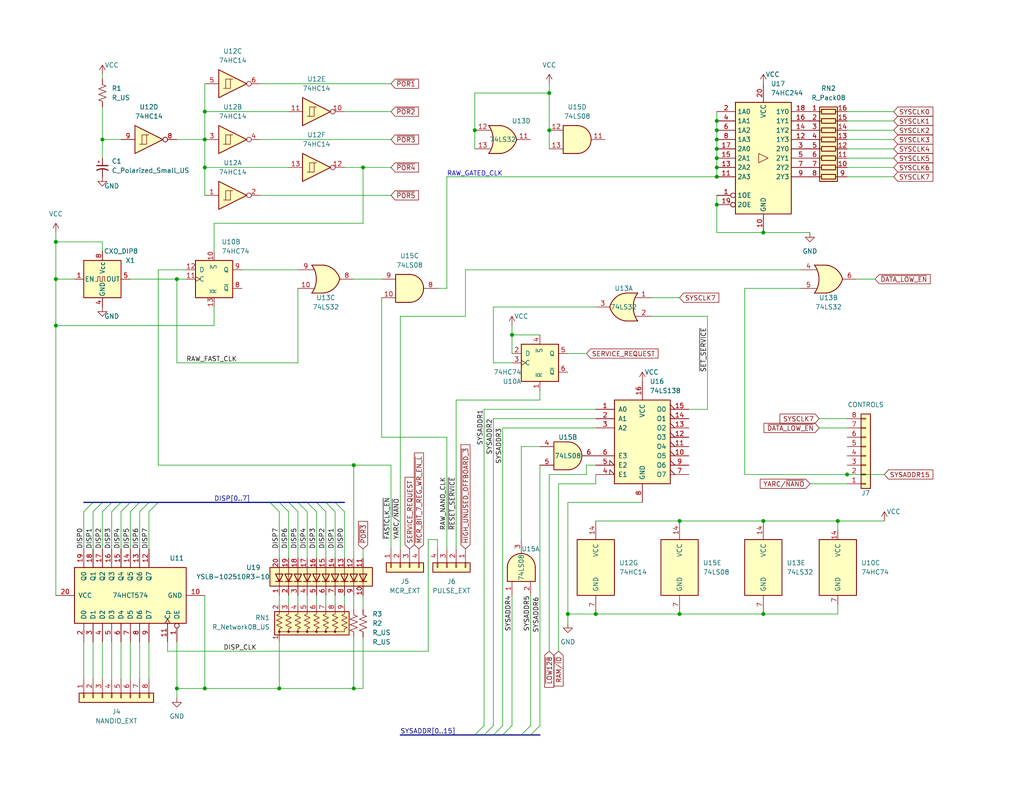
<source format=kicad_sch>
(kicad_sch (version 20211123) (generator eeschema)
  (paper "USLetter")
  (title_block (title "Clock and Downloader Extension") (comment 1 "All components are 74HC family regardless of P/N shown"))
  (lib_symbols
    (symbol "74xx:74HC14" (pin_names (offset 1.016))
      (property "Reference" "U" (at 0 1.27 0))
      (property "Value" "74HC14" (at 0 -1.27 0))
      (symbol "74HC14_1_0"
        (pin input line (at -7.62 0 0) (length 3.81) (name "~") (number "1"))
        (pin output inverted (at 7.62 0 180) (length 3.81) (name "~") (number "2"))
      )
      (symbol "74HC14_2_0"
        (pin input line (at -7.62 0 0) (length 3.81) (name "~") (number "3"))
        (pin output inverted (at 7.62 0 180) (length 3.81) (name "~") (number "4"))
      )
      (symbol "74HC14_3_0"
        (pin input line (at -7.62 0 0) (length 3.81) (name "~") (number "5"))
        (pin output inverted (at 7.62 0 180) (length 3.81) (name "~") (number "6"))
      )
      (symbol "74HC14_4_0"
        (pin output inverted (at 7.62 0 180) (length 3.81) (name "~") (number "8"))
        (pin input line (at -7.62 0 0) (length 3.81) (name "~") (number "9"))
      )
      (symbol "74HC14_5_0"
        (pin output inverted (at 7.62 0 180) (length 3.81) (name "~") (number "10"))
        (pin input line (at -7.62 0 0) (length 3.81) (name "~") (number "11"))
      )
      (symbol "74HC14_6_0"
        (pin output inverted (at 7.62 0 180) (length 3.81) (name "~") (number "12"))
        (pin input line (at -7.62 0 0) (length 3.81) (name "~") (number "13"))
      )
      (symbol "74HC14_7_0"
        (pin power_in line (at 0 12.7 270) (length 5.08) (name "VCC") (number "14"))
        (pin power_in line (at 0 -12.7 90) (length 5.08) (name "GND") (number "7"))
      )
    )
    (symbol "74xx:74HC244"
      (property "Reference" "U" (at -7.62 16.51 0))
      (property "Value" "74HC244" (at -7.62 -16.51 0))
      (symbol "74HC244_1_0"
        (pin input inverted (at -12.7 -10.16 0) (length 5.08) (name "1OE") (number "1"))
        (pin power_in line (at 0 -20.32 90) (length 5.08) (name "GND") (number "10"))
        (pin input line (at -12.7 -5.08 0) (length 5.08) (name "2A3") (number "11"))
        (pin tri_state line (at 12.7 5.08 180) (length 5.08) (name "1Y3") (number "12"))
        (pin input line (at -12.7 -2.54 0) (length 5.08) (name "2A2") (number "13"))
        (pin tri_state line (at 12.7 7.62 180) (length 5.08) (name "1Y2") (number "14"))
        (pin input line (at -12.7 0 0) (length 5.08) (name "2A1") (number "15"))
        (pin tri_state line (at 12.7 10.16 180) (length 5.08) (name "1Y1") (number "16"))
        (pin input line (at -12.7 2.54 0) (length 5.08) (name "2A0") (number "17"))
        (pin tri_state line (at 12.7 12.7 180) (length 5.08) (name "1Y0") (number "18"))
        (pin input inverted (at -12.7 -12.7 0) (length 5.08) (name "2OE") (number "19"))
        (pin input line (at -12.7 12.7 0) (length 5.08) (name "1A0") (number "2"))
        (pin power_in line (at 0 20.32 270) (length 5.08) (name "VCC") (number "20"))
        (pin tri_state line (at 12.7 2.54 180) (length 5.08) (name "2Y0") (number "3"))
        (pin input line (at -12.7 10.16 0) (length 5.08) (name "1A1") (number "4"))
        (pin tri_state line (at 12.7 0 180) (length 5.08) (name "2Y1") (number "5"))
        (pin input line (at -12.7 7.62 0) (length 5.08) (name "1A2") (number "6"))
        (pin tri_state line (at 12.7 -2.54 180) (length 5.08) (name "2Y2") (number "7"))
        (pin input line (at -12.7 5.08 0) (length 5.08) (name "1A3") (number "8"))
        (pin tri_state line (at 12.7 -5.08 180) (length 5.08) (name "2Y3") (number "9"))
      )
    )
    (symbol "74xx:74HC74" (pin_names (offset 1.016))
      (property "Reference" "U" (at -7.62 8.89 0))
      (property "Value" "74HC74" (at -7.62 -8.89 0))
      (symbol "74HC74_1_0"
        (pin input line (at 0 -7.62 90) (length 2.54) (name "~{R}") (number "1"))
        (pin input line (at -7.62 2.54 0) (length 2.54) (name "D") (number "2"))
        (pin input clock (at -7.62 0 0) (length 2.54) (name "C") (number "3"))
        (pin input line (at 0 7.62 270) (length 2.54) (name "~{S}") (number "4"))
        (pin output line (at 7.62 2.54 180) (length 2.54) (name "Q") (number "5"))
        (pin output line (at 7.62 -2.54 180) (length 2.54) (name "~{Q}") (number "6"))
      )
      (symbol "74HC74_2_0"
        (pin input line (at 0 7.62 270) (length 2.54) (name "~{S}") (number "10"))
        (pin input clock (at -7.62 0 0) (length 2.54) (name "C") (number "11"))
        (pin input line (at -7.62 2.54 0) (length 2.54) (name "D") (number "12"))
        (pin input line (at 0 -7.62 90) (length 2.54) (name "~{R}") (number "13"))
        (pin output line (at 7.62 -2.54 180) (length 2.54) (name "~{Q}") (number "8"))
        (pin output line (at 7.62 2.54 180) (length 2.54) (name "Q") (number "9"))
      )
      (symbol "74HC74_3_0"
        (pin power_in line (at 0 10.16 270) (length 2.54) (name "VCC") (number "14"))
        (pin power_in line (at 0 -10.16 90) (length 2.54) (name "GND") (number "7"))
      )
    )
    (symbol "74xx:74HCT574" (pin_names (offset 1.016))
      (property "Reference" "U" (at -7.62 16.51 0))
      (property "Value" "74HCT574" (at -7.62 -16.51 0))
      (symbol "74HCT574_1_0"
        (pin input inverted (at -12.7 -12.7 0) (length 5.08) (name "OE") (number "1"))
        (pin power_in line (at 0 -20.32 90) (length 5.08) (name "GND") (number "10"))
        (pin input clock (at -12.7 -10.16 0) (length 5.08) (name "Cp") (number "11"))
        (pin tri_state line (at 12.7 -5.08 180) (length 5.08) (name "Q7") (number "12"))
        (pin tri_state line (at 12.7 -2.54 180) (length 5.08) (name "Q6") (number "13"))
        (pin tri_state line (at 12.7 0 180) (length 5.08) (name "Q5") (number "14"))
        (pin tri_state line (at 12.7 2.54 180) (length 5.08) (name "Q4") (number "15"))
        (pin tri_state line (at 12.7 5.08 180) (length 5.08) (name "Q3") (number "16"))
        (pin tri_state line (at 12.7 7.62 180) (length 5.08) (name "Q2") (number "17"))
        (pin tri_state line (at 12.7 10.16 180) (length 5.08) (name "Q1") (number "18"))
        (pin tri_state line (at 12.7 12.7 180) (length 5.08) (name "Q0") (number "19"))
        (pin input line (at -12.7 12.7 0) (length 5.08) (name "D0") (number "2"))
        (pin power_in line (at 0 20.32 270) (length 5.08) (name "VCC") (number "20"))
        (pin input line (at -12.7 10.16 0) (length 5.08) (name "D1") (number "3"))
        (pin input line (at -12.7 7.62 0) (length 5.08) (name "D2") (number "4"))
        (pin input line (at -12.7 5.08 0) (length 5.08) (name "D3") (number "5"))
        (pin input line (at -12.7 2.54 0) (length 5.08) (name "D4") (number "6"))
        (pin input line (at -12.7 0 0) (length 5.08) (name "D5") (number "7"))
        (pin input line (at -12.7 -2.54 0) (length 5.08) (name "D6") (number "8"))
        (pin input line (at -12.7 -5.08 0) (length 5.08) (name "D7") (number "9"))
      )
    )
    (symbol "74xx:74LS08" (pin_names (offset 1.016))
      (property "Reference" "U" (at 0 1.27 0))
      (property "Value" "74LS08" (at 0 -1.27 0))
      (symbol "74LS08_1_1"
        (pin input line (at -7.62 2.54 0) (length 3.81) (name "~") (number "1"))
        (pin input line (at -7.62 -2.54 0) (length 3.81) (name "~") (number "2"))
        (pin output line (at 7.62 0 180) (length 3.81) (name "~") (number "3"))
      )
      (symbol "74LS08_1_2"
        (pin input inverted (at -7.62 2.54 0) (length 4.318) (name "~") (number "1"))
        (pin input inverted (at -7.62 -2.54 0) (length 4.318) (name "~") (number "2"))
        (pin output inverted (at 7.62 0 180) (length 3.81) (name "~") (number "3"))
      )
      (symbol "74LS08_2_1"
        (pin input line (at -7.62 2.54 0) (length 3.81) (name "~") (number "4"))
        (pin input line (at -7.62 -2.54 0) (length 3.81) (name "~") (number "5"))
        (pin output line (at 7.62 0 180) (length 3.81) (name "~") (number "6"))
      )
      (symbol "74LS08_2_2"
        (pin input inverted (at -7.62 2.54 0) (length 4.318) (name "~") (number "4"))
        (pin input inverted (at -7.62 -2.54 0) (length 4.318) (name "~") (number "5"))
        (pin output inverted (at 7.62 0 180) (length 3.81) (name "~") (number "6"))
      )
      (symbol "74LS08_3_1"
        (pin input line (at -7.62 -2.54 0) (length 3.81) (name "~") (number "10"))
        (pin output line (at 7.62 0 180) (length 3.81) (name "~") (number "8"))
        (pin input line (at -7.62 2.54 0) (length 3.81) (name "~") (number "9"))
      )
      (symbol "74LS08_3_2"
        (pin input inverted (at -7.62 -2.54 0) (length 4.318) (name "~") (number "10"))
        (pin output inverted (at 7.62 0 180) (length 3.81) (name "~") (number "8"))
        (pin input inverted (at -7.62 2.54 0) (length 4.318) (name "~") (number "9"))
      )
      (symbol "74LS08_4_1"
        (pin output line (at 7.62 0 180) (length 3.81) (name "~") (number "11"))
        (pin input line (at -7.62 2.54 0) (length 3.81) (name "~") (number "12"))
        (pin input line (at -7.62 -2.54 0) (length 3.81) (name "~") (number "13"))
      )
      (symbol "74LS08_4_2"
        (pin output inverted (at 7.62 0 180) (length 3.81) (name "~") (number "11"))
        (pin input inverted (at -7.62 2.54 0) (length 4.318) (name "~") (number "12"))
        (pin input inverted (at -7.62 -2.54 0) (length 4.318) (name "~") (number "13"))
      )
      (symbol "74LS08_5_0"
        (pin power_in line (at 0 12.7 270) (length 5.08) (name "VCC") (number "14"))
        (pin power_in line (at 0 -12.7 90) (length 5.08) (name "GND") (number "7"))
      )
    )
    (symbol "74xx:74LS138" (pin_names (offset 1.016))
      (property "Reference" "U" (at -7.62 11.43 0))
      (property "Value" "74LS138" (at -7.62 -13.97 0))
      (symbol "74LS138_1_0"
        (pin input line (at -12.7 7.62 0) (length 5.08) (name "A0") (number "1"))
        (pin output output_low (at 12.7 -5.08 180) (length 5.08) (name "O5") (number "10"))
        (pin output output_low (at 12.7 -2.54 180) (length 5.08) (name "O4") (number "11"))
        (pin output output_low (at 12.7 0 180) (length 5.08) (name "O3") (number "12"))
        (pin output output_low (at 12.7 2.54 180) (length 5.08) (name "O2") (number "13"))
        (pin output output_low (at 12.7 5.08 180) (length 5.08) (name "O1") (number "14"))
        (pin output output_low (at 12.7 7.62 180) (length 5.08) (name "O0") (number "15"))
        (pin power_in line (at 0 15.24 270) (length 5.08) (name "VCC") (number "16"))
        (pin input line (at -12.7 5.08 0) (length 5.08) (name "A1") (number "2"))
        (pin input line (at -12.7 2.54 0) (length 5.08) (name "A2") (number "3"))
        (pin input input_low (at -12.7 -10.16 0) (length 5.08) (name "E1") (number "4"))
        (pin input input_low (at -12.7 -7.62 0) (length 5.08) (name "E2") (number "5"))
        (pin input line (at -12.7 -5.08 0) (length 5.08) (name "E3") (number "6"))
        (pin output output_low (at 12.7 -10.16 180) (length 5.08) (name "O7") (number "7"))
        (pin power_in line (at 0 -17.78 90) (length 5.08) (name "GND") (number "8"))
        (pin output output_low (at 12.7 -7.62 180) (length 5.08) (name "O6") (number "9"))
      )
    )
    (symbol "74xx:74LS32" (pin_names (offset 1.016))
      (property "Reference" "U" (at 0 1.27 0))
      (property "Value" "74LS32" (at 0 -1.27 0))
      (symbol "74LS32_1_1"
        (pin input line (at -7.62 2.54 0) (length 4.318) (name "~") (number "1"))
        (pin input line (at -7.62 -2.54 0) (length 4.318) (name "~") (number "2"))
        (pin output line (at 7.62 0 180) (length 3.81) (name "~") (number "3"))
      )
      (symbol "74LS32_1_2"
        (pin input inverted (at -7.62 2.54 0) (length 3.81) (name "~") (number "1"))
        (pin input inverted (at -7.62 -2.54 0) (length 3.81) (name "~") (number "2"))
        (pin output inverted (at 7.62 0 180) (length 3.81) (name "~") (number "3"))
      )
      (symbol "74LS32_2_1"
        (pin input line (at -7.62 2.54 0) (length 4.318) (name "~") (number "4"))
        (pin input line (at -7.62 -2.54 0) (length 4.318) (name "~") (number "5"))
        (pin output line (at 7.62 0 180) (length 3.81) (name "~") (number "6"))
      )
      (symbol "74LS32_2_2"
        (pin input inverted (at -7.62 2.54 0) (length 3.81) (name "~") (number "4"))
        (pin input inverted (at -7.62 -2.54 0) (length 3.81) (name "~") (number "5"))
        (pin output inverted (at 7.62 0 180) (length 3.81) (name "~") (number "6"))
      )
      (symbol "74LS32_3_1"
        (pin input line (at -7.62 -2.54 0) (length 4.318) (name "~") (number "10"))
        (pin output line (at 7.62 0 180) (length 3.81) (name "~") (number "8"))
        (pin input line (at -7.62 2.54 0) (length 4.318) (name "~") (number "9"))
      )
      (symbol "74LS32_3_2"
        (pin input inverted (at -7.62 -2.54 0) (length 3.81) (name "~") (number "10"))
        (pin output inverted (at 7.62 0 180) (length 3.81) (name "~") (number "8"))
        (pin input inverted (at -7.62 2.54 0) (length 3.81) (name "~") (number "9"))
      )
      (symbol "74LS32_4_1"
        (pin output line (at 7.62 0 180) (length 3.81) (name "~") (number "11"))
        (pin input line (at -7.62 2.54 0) (length 4.318) (name "~") (number "12"))
        (pin input line (at -7.62 -2.54 0) (length 4.318) (name "~") (number "13"))
      )
      (symbol "74LS32_4_2"
        (pin output inverted (at 7.62 0 180) (length 3.81) (name "~") (number "11"))
        (pin input inverted (at -7.62 2.54 0) (length 3.81) (name "~") (number "12"))
        (pin input inverted (at -7.62 -2.54 0) (length 3.81) (name "~") (number "13"))
      )
      (symbol "74LS32_5_0"
        (pin power_in line (at 0 12.7 270) (length 5.08) (name "VCC") (number "14"))
        (pin power_in line (at 0 -12.7 90) (length 5.08) (name "GND") (number "7"))
      )
    )
    (symbol "Connector_Generic:Conn_01x04" (pin_names (offset 1.016) hide)
      (property "Reference" "J" (at 0 5.08 0))
      (property "Value" "Conn_01x04" (at 0 -7.62 0))
      (symbol "Conn_01x04_1_1"
        (pin passive line (at -5.08 2.54 0) (length 3.81) (name "Pin_1") (number "1"))
        (pin passive line (at -5.08 0 0) (length 3.81) (name "Pin_2") (number "2"))
        (pin passive line (at -5.08 -2.54 0) (length 3.81) (name "Pin_3") (number "3"))
        (pin passive line (at -5.08 -5.08 0) (length 3.81) (name "Pin_4") (number "4"))
      )
    )
    (symbol "Connector_Generic:Conn_01x08" (pin_names (offset 1.016) hide)
      (property "Reference" "J" (at 0 10.16 0))
      (property "Value" "Conn_01x08" (at 0 -12.7 0))
      (symbol "Conn_01x08_1_1"
        (pin passive line (at -5.08 7.62 0) (length 3.81) (name "Pin_1") (number "1"))
        (pin passive line (at -5.08 5.08 0) (length 3.81) (name "Pin_2") (number "2"))
        (pin passive line (at -5.08 2.54 0) (length 3.81) (name "Pin_3") (number "3"))
        (pin passive line (at -5.08 0 0) (length 3.81) (name "Pin_4") (number "4"))
        (pin passive line (at -5.08 -2.54 0) (length 3.81) (name "Pin_5") (number "5"))
        (pin passive line (at -5.08 -5.08 0) (length 3.81) (name "Pin_6") (number "6"))
        (pin passive line (at -5.08 -7.62 0) (length 3.81) (name "Pin_7") (number "7"))
        (pin passive line (at -5.08 -10.16 0) (length 3.81) (name "Pin_8") (number "8"))
      )
    )
    (symbol "Device:C_Polarized_Small_US" (pin_numbers hide) (pin_names (offset 0.254) hide)
      (property "Reference" "C" (at 0.254 1.778 0))
      (property "Value" "C_Polarized_Small_US" (at 0.254 -2.032 0))
      (symbol "C_Polarized_Small_US_1_1"
        (pin passive line (at 0 2.54 270) (length 2.032) (name "~") (number "1"))
        (pin passive line (at 0 -2.54 90) (length 2.032) (name "~") (number "2"))
      )
    )
    (symbol "Device:R_Network08_US" (pin_names (offset 0) hide)
      (property "Reference" "RN" (at -12.7 0 90))
      (property "Value" "R_Network08_US" (at 10.16 0 90))
      (symbol "R_Network08_US_1_1"
        (pin passive line (at -10.16 5.08 270) (length 2.54) (name "common") (number "1"))
        (pin passive line (at -10.16 -5.08 90) (length 1.27) (name "R1") (number "2"))
        (pin passive line (at -7.62 -5.08 90) (length 1.27) (name "R2") (number "3"))
        (pin passive line (at -5.08 -5.08 90) (length 1.27) (name "R3") (number "4"))
        (pin passive line (at -2.54 -5.08 90) (length 1.27) (name "R4") (number "5"))
        (pin passive line (at 0 -5.08 90) (length 1.27) (name "R5") (number "6"))
        (pin passive line (at 2.54 -5.08 90) (length 1.27) (name "R6") (number "7"))
        (pin passive line (at 5.08 -5.08 90) (length 1.27) (name "R7") (number "8"))
        (pin passive line (at 7.62 -5.08 90) (length 1.27) (name "R8") (number "9"))
      )
    )
    (symbol "Device:R_Pack08" (pin_names (offset 0) hide)
      (property "Reference" "RN" (at -12.7 0 90))
      (property "Value" "R_Pack08" (at 10.16 0 90))
      (symbol "R_Pack08_1_1"
        (pin passive line (at -10.16 -5.08 90) (length 2.54) (name "R1.1") (number "1"))
        (pin passive line (at 5.08 5.08 270) (length 2.54) (name "R7.2") (number "10"))
        (pin passive line (at 2.54 5.08 270) (length 2.54) (name "R6.2") (number "11"))
        (pin passive line (at 0 5.08 270) (length 2.54) (name "R5.2") (number "12"))
        (pin passive line (at -2.54 5.08 270) (length 2.54) (name "R4.2") (number "13"))
        (pin passive line (at -5.08 5.08 270) (length 2.54) (name "R3.2") (number "14"))
        (pin passive line (at -7.62 5.08 270) (length 2.54) (name "R2.2") (number "15"))
        (pin passive line (at -10.16 5.08 270) (length 2.54) (name "R1.2") (number "16"))
        (pin passive line (at -7.62 -5.08 90) (length 2.54) (name "R2.1") (number "2"))
        (pin passive line (at -5.08 -5.08 90) (length 2.54) (name "R3.1") (number "3"))
        (pin passive line (at -2.54 -5.08 90) (length 2.54) (name "R4.1") (number "4"))
        (pin passive line (at 0 -5.08 90) (length 2.54) (name "R5.1") (number "5"))
        (pin passive line (at 2.54 -5.08 90) (length 2.54) (name "R6.1") (number "6"))
        (pin passive line (at 5.08 -5.08 90) (length 2.54) (name "R7.1") (number "7"))
        (pin passive line (at 7.62 -5.08 90) (length 2.54) (name "R8.1") (number "8"))
        (pin passive line (at 7.62 5.08 270) (length 2.54) (name "R8.2") (number "9"))
      )
    )
    (symbol "Device:R_US" (pin_numbers hide) (pin_names (offset 0))
      (property "Reference" "R" (at 2.54 0 90))
      (property "Value" "R_US" (at -2.54 0 90))
      (symbol "R_US_1_1"
        (pin passive line (at 0 3.81 270) (length 1.27) (name "~") (number "1"))
        (pin passive line (at 0 -3.81 90) (length 1.27) (name "~") (number "2"))
      )
    )
    (symbol "Oscillator:CXO_DIP8" (pin_names (offset 0.254))
      (property "Reference" "X" (at -5.08 6.35 0))
      (property "Value" "CXO_DIP8" (at 1.27 -6.35 0))
      (symbol "CXO_DIP8_1_1"
        (pin input line (at -7.62 0 0) (length 2.54) (name "EN") (number "1"))
        (pin power_in line (at 0 -7.62 90) (length 2.54) (name "GND") (number "4"))
        (pin output line (at 7.62 0 180) (length 2.54) (name "OUT") (number "5"))
        (pin power_in line (at 0 7.62 270) (length 2.54) (name "Vcc") (number "8"))
      )
    )
    (symbol "pdxjjb:YSLB-102510R3-10"
      (property "Reference" "U" (at 0 -20.32 0))
      (property "Value" "YSLB-102510R3-10" (at 0 -17.78 0))
      (symbol "YSLB-102510R3-10_1_1"
        (pin passive line (at -5.08 10.16 0) (length 2.54) (name "") (number "1"))
        (pin passive line (at -5.08 -12.7 0) (length 2.54) (name "") (number "10"))
        (pin passive line (at 5.08 -12.7 180) (length 2.54) (name "") (number "11"))
        (pin passive line (at 5.08 -10.16 180) (length 2.54) (name "") (number "12"))
        (pin passive line (at 5.08 -7.62 180) (length 2.54) (name "") (number "13"))
        (pin passive line (at 5.08 -5.08 180) (length 2.54) (name "") (number "14"))
        (pin passive line (at 5.08 -2.54 180) (length 2.54) (name "") (number "15"))
        (pin passive line (at 5.08 0 180) (length 2.54) (name "") (number "16"))
        (pin passive line (at 5.08 2.54 180) (length 2.54) (name "") (number "17"))
        (pin passive line (at 5.08 5.08 180) (length 2.54) (name "") (number "18"))
        (pin passive line (at 5.08 7.62 180) (length 2.54) (name "") (number "19"))
        (pin passive line (at -5.08 7.62 0) (length 2.54) (name "") (number "2"))
        (pin passive line (at 5.08 10.16 180) (length 2.54) (name "") (number "20"))
        (pin passive line (at -5.08 5.08 0) (length 2.54) (name "") (number "3"))
        (pin passive line (at -5.08 2.54 0) (length 2.54) (name "") (number "4"))
        (pin passive line (at -5.08 0 0) (length 2.54) (name "") (number "5"))
        (pin passive line (at -5.08 -2.54 0) (length 2.54) (name "") (number "6"))
        (pin passive line (at -5.08 -5.08 0) (length 2.54) (name "") (number "7"))
        (pin passive line (at -5.08 -7.62 0) (length 2.54) (name "") (number "8"))
        (pin passive line (at -5.08 -10.16 0) (length 2.54) (name "") (number "9"))
      )
    )
    (symbol "power:GND" (power) (pin_names (offset 0))
      (property "Value" "GND" (at 0 -3.81 0))
      (symbol "GND_1_1"
        (pin power_in line (at 0 0 270) (length 0) hide (name "GND") (number "1"))
      )
    )
    (symbol "power:VCC" (power) (pin_names (offset 0))
      (property "Value" "VCC" (at 0 3.81 0))
      (symbol "VCC_1_1"
        (pin power_in line (at 0 0 90) (length 0) hide (name "VCC") (number "1"))
      )
    )
  )
  (junction (at 55.88 45.72))
  (junction (at 139.7 91.44))
  (junction (at 48.26 187.96))
  (junction (at 55.88 38.1))
  (junction (at 55.88 30.48))
  (junction (at 195.58 33.02))
  (junction (at 195.58 55.88))
  (junction (at 195.58 45.72))
  (junction (at 15.24 76.2))
  (junction (at 208.28 63.5))
  (junction (at 195.58 43.18))
  (junction (at 55.88 187.96))
  (junction (at 15.24 88.9))
  (junction (at 149.86 35.56))
  (junction (at 15.24 66.04))
  (junction (at 231.14 129.54))
  (junction (at 185.42 167.64))
  (junction (at 149.86 25.4))
  (junction (at 27.94 38.1))
  (junction (at 195.58 35.56))
  (junction (at 185.42 142.24))
  (junction (at 162.56 167.64))
  (junction (at 228.6 142.24))
  (junction (at 208.28 142.24))
  (junction (at 208.28 167.64))
  (junction (at 96.52 127))
  (junction (at 76.2 187.96))
  (junction (at 96.52 187.96))
  (junction (at 129.54 35.56))
  (junction (at 48.26 76.2))
  (junction (at 195.58 38.1))
  (junction (at 195.58 40.64))
  (junction (at 99.06 45.72))
  (junction (at 195.58 48.26))
  (junction (at 154.94 167.64))
  (bus_entry (at 144.78 200.66) (size 2.54 -2.54))
  (bus_entry (at 78.74 137.16) (size 2.54 2.54))
  (bus_entry (at 27.94 137.16) (size -2.54 2.54))
  (bus_entry (at 30.48 137.16) (size -2.54 2.54))
  (bus_entry (at 76.2 137.16) (size 2.54 2.54))
  (bus_entry (at 134.62 200.66) (size 2.54 -2.54))
  (bus_entry (at 38.1 137.16) (size -2.54 2.54))
  (bus_entry (at 86.36 137.16) (size 2.54 2.54))
  (bus_entry (at 88.9 137.16) (size 2.54 2.54))
  (bus_entry (at 81.28 137.16) (size 2.54 2.54))
  (bus_entry (at 142.24 200.66) (size 2.54 -2.54))
  (bus_entry (at 40.64 137.16) (size -2.54 2.54))
  (bus_entry (at 132.08 200.66) (size 2.54 -2.54))
  (bus_entry (at 129.54 200.66) (size 2.54 -2.54))
  (bus_entry (at 25.4 137.16) (size -2.54 2.54))
  (bus_entry (at 73.66 137.16) (size 2.54 2.54))
  (bus_entry (at 137.16 200.66) (size 2.54 -2.54))
  (bus_entry (at 35.56 137.16) (size -2.54 2.54))
  (bus_entry (at 43.18 137.16) (size -2.54 2.54))
  (bus_entry (at 33.02 137.16) (size -2.54 2.54))
  (bus_entry (at 83.82 137.16) (size 2.54 2.54))
  (bus_entry (at 91.44 137.16) (size 2.54 2.54))
  (bus (pts (xy 88.9 137.16) (xy 91.44 137.16)))
  (wire (pts (xy 147.32 121.92) (xy 142.24 121.92)))
  (wire (pts (xy 48.26 187.96) (xy 48.26 175.26)))
  (wire (pts (xy 149.86 22.86) (xy 149.86 25.4)))
  (wire (pts (xy 121.92 78.74) (xy 121.92 48.26)))
  (wire (pts (xy 22.86 139.7) (xy 22.86 149.86)))
  (wire (pts (xy 78.74 162.56) (xy 78.74 165.1)))
  (wire (pts (xy 160.02 129.54) (xy 149.86 129.54)))
  (wire (pts (xy 45.72 175.26) (xy 45.72 177.8)))
  (wire (pts (xy 86.36 162.56) (xy 86.36 165.1)))
  (wire (pts (xy 195.58 40.64) (xy 195.58 38.1)))
  (bus (pts (xy 25.4 137.16) (xy 27.94 137.16)))
  (wire (pts (xy 149.86 129.54) (xy 149.86 177.8)))
  (wire (pts (xy 104.14 119.38) (xy 104.14 81.28)))
  (wire (pts (xy 147.32 109.22) (xy 147.32 106.68)))
  (wire (pts (xy 162.56 83.82) (xy 134.62 83.82)))
  (bus (pts (xy 35.56 137.16) (xy 38.1 137.16)))
  (wire (pts (xy 99.06 187.96) (xy 96.52 187.96)))
  (wire (pts (xy 162.56 127) (xy 160.02 127)))
  (wire (pts (xy 223.52 114.3) (xy 231.14 114.3)))
  (wire (pts (xy 76.2 162.56) (xy 76.2 165.1)))
  (wire (pts (xy 121.92 48.26) (xy 195.58 48.26)))
  (wire (pts (xy 35.56 76.2) (xy 48.26 76.2)))
  (wire (pts (xy 162.56 132.08) (xy 152.4 132.08)))
  (wire (pts (xy 231.14 43.18) (xy 243.84 43.18)))
  (wire (pts (xy 43.18 73.66) (xy 43.18 127)))
  (bus (pts (xy 27.94 137.16) (xy 30.48 137.16)))
  (wire (pts (xy 109.22 86.36) (xy 109.22 149.86)))
  (wire (pts (xy 233.68 76.2) (xy 238.76 76.2)))
  (wire (pts (xy 30.48 139.7) (xy 30.48 149.86)))
  (wire (pts (xy 35.56 139.7) (xy 35.56 149.86)))
  (wire (pts (xy 27.94 20.32) (xy 27.94 21.59)))
  (wire (pts (xy 88.9 162.56) (xy 88.9 165.1)))
  (wire (pts (xy 149.86 40.64) (xy 149.86 35.56)))
  (wire (pts (xy 15.24 63.5) (xy 15.24 66.04)))
  (wire (pts (xy 15.24 76.2) (xy 15.24 88.9)))
  (wire (pts (xy 81.28 99.06) (xy 81.28 78.74)))
  (wire (pts (xy 241.3 129.54) (xy 231.14 129.54)))
  (bus (pts (xy 30.48 137.16) (xy 33.02 137.16)))
  (bus (pts (xy 43.18 137.16) (xy 73.66 137.16)))
  (wire (pts (xy 218.44 78.74) (xy 203.2 78.74)))
  (wire (pts (xy 27.94 175.26) (xy 27.94 185.42)))
  (bus (pts (xy 81.28 137.16) (xy 83.82 137.16)))
  (wire (pts (xy 99.06 45.72) (xy 93.98 45.72)))
  (wire (pts (xy 78.74 30.48) (xy 55.88 30.48)))
  (wire (pts (xy 40.64 139.7) (xy 40.64 149.86)))
  (wire (pts (xy 195.58 35.56) (xy 195.58 33.02)))
  (wire (pts (xy 124.46 149.86) (xy 124.46 109.22)))
  (wire (pts (xy 119.38 147.32) (xy 116.84 147.32)))
  (wire (pts (xy 48.26 190.5) (xy 48.26 187.96)))
  (wire (pts (xy 147.32 127) (xy 147.32 198.12)))
  (wire (pts (xy 231.14 40.64) (xy 243.84 40.64)))
  (wire (pts (xy 48.26 38.1) (xy 55.88 38.1)))
  (wire (pts (xy 25.4 175.26) (xy 25.4 185.42)))
  (wire (pts (xy 38.1 175.26) (xy 38.1 185.42)))
  (wire (pts (xy 25.4 139.7) (xy 25.4 149.86)))
  (wire (pts (xy 162.56 129.54) (xy 162.56 132.08)))
  (wire (pts (xy 93.98 162.56) (xy 93.98 165.1)))
  (wire (pts (xy 134.62 83.82) (xy 134.62 99.06)))
  (wire (pts (xy 15.24 88.9) (xy 15.24 162.56)))
  (wire (pts (xy 27.94 38.1) (xy 27.94 43.18)))
  (wire (pts (xy 48.26 76.2) (xy 50.8 76.2)))
  (wire (pts (xy 76.2 139.7) (xy 76.2 152.4)))
  (wire (pts (xy 195.58 30.48) (xy 195.58 33.02)))
  (wire (pts (xy 86.36 139.7) (xy 86.36 152.4)))
  (wire (pts (xy 220.98 63.5) (xy 208.28 63.5)))
  (wire (pts (xy 187.96 111.76) (xy 193.04 111.76)))
  (wire (pts (xy 40.64 175.26) (xy 40.64 185.42)))
  (wire (pts (xy 83.82 162.56) (xy 83.82 165.1)))
  (bus (pts (xy 142.24 200.66) (xy 144.78 200.66)))
  (wire (pts (xy 38.1 139.7) (xy 38.1 149.86)))
  (wire (pts (xy 55.88 187.96) (xy 48.26 187.96)))
  (wire (pts (xy 129.54 35.56) (xy 129.54 25.4)))
  (bus (pts (xy 86.36 137.16) (xy 88.9 137.16)))
  (wire (pts (xy 96.52 76.2) (xy 104.14 76.2)))
  (wire (pts (xy 195.58 38.1) (xy 195.58 35.56)))
  (wire (pts (xy 139.7 91.44) (xy 139.7 96.52)))
  (wire (pts (xy 132.08 198.12) (xy 132.08 111.76)))
  (wire (pts (xy 27.94 68.58) (xy 27.94 66.04)))
  (wire (pts (xy 50.8 73.66) (xy 43.18 73.66)))
  (wire (pts (xy 71.12 38.1) (xy 106.68 38.1)))
  (wire (pts (xy 58.42 60.96) (xy 99.06 60.96)))
  (wire (pts (xy 185.42 142.24) (xy 208.28 142.24)))
  (wire (pts (xy 231.14 48.26) (xy 243.84 48.26)))
  (wire (pts (xy 106.68 127) (xy 96.52 127)))
  (wire (pts (xy 223.52 116.84) (xy 231.14 116.84)))
  (bus (pts (xy 132.08 200.66) (xy 134.62 200.66)))
  (wire (pts (xy 96.52 187.96) (xy 76.2 187.96)))
  (wire (pts (xy 119.38 78.74) (xy 121.92 78.74)))
  (bus (pts (xy 73.66 137.16) (xy 76.2 137.16)))
  (wire (pts (xy 154.94 137.16) (xy 154.94 167.64)))
  (wire (pts (xy 134.62 99.06) (xy 139.7 99.06)))
  (wire (pts (xy 193.04 86.36) (xy 177.8 86.36)))
  (wire (pts (xy 81.28 162.56) (xy 81.28 165.1)))
  (wire (pts (xy 228.6 167.64) (xy 228.6 165.1)))
  (bus (pts (xy 33.02 137.16) (xy 35.56 137.16)))
  (wire (pts (xy 96.52 152.4) (xy 96.52 127)))
  (wire (pts (xy 162.56 111.76) (xy 132.08 111.76)))
  (wire (pts (xy 99.06 162.56) (xy 99.06 166.37)))
  (wire (pts (xy 160.02 127) (xy 160.02 129.54)))
  (bus (pts (xy 78.74 137.16) (xy 81.28 137.16)))
  (wire (pts (xy 177.8 81.28) (xy 185.42 81.28)))
  (wire (pts (xy 96.52 162.56) (xy 96.52 166.37)))
  (wire (pts (xy 66.04 73.66) (xy 81.28 73.66)))
  (wire (pts (xy 99.06 149.86) (xy 99.06 152.4)))
  (bus (pts (xy 129.54 200.66) (xy 132.08 200.66)))
  (wire (pts (xy 58.42 68.58) (xy 58.42 60.96)))
  (wire (pts (xy 241.3 142.24) (xy 228.6 142.24)))
  (wire (pts (xy 27.94 66.04) (xy 15.24 66.04)))
  (wire (pts (xy 22.86 175.26) (xy 22.86 185.42)))
  (wire (pts (xy 127 73.66) (xy 127 86.36)))
  (wire (pts (xy 91.44 162.56) (xy 91.44 165.1)))
  (wire (pts (xy 33.02 175.26) (xy 33.02 185.42)))
  (bus (pts (xy 144.78 200.66) (xy 147.32 200.66)))
  (wire (pts (xy 162.56 114.3) (xy 134.62 114.3)))
  (wire (pts (xy 195.58 55.88) (xy 195.58 63.5)))
  (wire (pts (xy 195.58 45.72) (xy 195.58 43.18)))
  (wire (pts (xy 195.58 53.34) (xy 195.58 55.88)))
  (wire (pts (xy 162.56 142.24) (xy 185.42 142.24)))
  (wire (pts (xy 152.4 132.08) (xy 152.4 177.8)))
  (wire (pts (xy 35.56 175.26) (xy 35.56 185.42)))
  (wire (pts (xy 121.92 149.86) (xy 121.92 119.38)))
  (wire (pts (xy 154.94 96.52) (xy 160.02 96.52)))
  (wire (pts (xy 147.32 91.44) (xy 139.7 91.44)))
  (wire (pts (xy 193.04 86.36) (xy 193.04 111.76)))
  (wire (pts (xy 134.62 198.12) (xy 134.62 114.3)))
  (bus (pts (xy 109.22 200.66) (xy 129.54 200.66)))
  (wire (pts (xy 78.74 139.7) (xy 78.74 152.4)))
  (wire (pts (xy 30.48 175.26) (xy 30.48 185.42)))
  (wire (pts (xy 139.7 88.9) (xy 139.7 91.44)))
  (wire (pts (xy 58.42 88.9) (xy 15.24 88.9)))
  (wire (pts (xy 93.98 139.7) (xy 93.98 152.4)))
  (wire (pts (xy 99.06 173.99) (xy 99.06 187.96)))
  (wire (pts (xy 203.2 129.54) (xy 231.14 129.54)))
  (bus (pts (xy 22.86 137.16) (xy 25.4 137.16)))
  (wire (pts (xy 144.78 198.12) (xy 144.78 162.56)))
  (wire (pts (xy 127 86.36) (xy 109.22 86.36)))
  (wire (pts (xy 55.88 53.34) (xy 55.88 45.72)))
  (wire (pts (xy 231.14 132.08) (xy 220.98 132.08)))
  (wire (pts (xy 116.84 147.32) (xy 116.84 177.8)))
  (bus (pts (xy 40.64 137.16) (xy 43.18 137.16)))
  (wire (pts (xy 218.44 73.66) (xy 127 73.66)))
  (wire (pts (xy 119.38 149.86) (xy 119.38 147.32)))
  (wire (pts (xy 195.58 48.26) (xy 195.58 45.72)))
  (wire (pts (xy 83.82 139.7) (xy 83.82 152.4)))
  (wire (pts (xy 208.28 167.64) (xy 228.6 167.64)))
  (wire (pts (xy 76.2 175.26) (xy 76.2 187.96)))
  (wire (pts (xy 48.26 99.06) (xy 81.28 99.06)))
  (wire (pts (xy 96.52 173.99) (xy 96.52 187.96)))
  (wire (pts (xy 93.98 30.48) (xy 106.68 30.48)))
  (wire (pts (xy 228.6 142.24) (xy 228.6 144.78)))
  (wire (pts (xy 55.88 22.86) (xy 55.88 30.48)))
  (bus (pts (xy 137.16 200.66) (xy 142.24 200.66)))
  (wire (pts (xy 81.28 139.7) (xy 81.28 152.4)))
  (wire (pts (xy 27.94 29.21) (xy 27.94 38.1)))
  (wire (pts (xy 45.72 177.8) (xy 116.84 177.8)))
  (wire (pts (xy 228.6 142.24) (xy 208.28 142.24)))
  (wire (pts (xy 71.12 53.34) (xy 106.68 53.34)))
  (wire (pts (xy 139.7 198.12) (xy 139.7 162.56)))
  (wire (pts (xy 71.12 22.86) (xy 106.68 22.86)))
  (wire (pts (xy 55.88 45.72) (xy 55.88 38.1)))
  (wire (pts (xy 76.2 187.96) (xy 55.88 187.96)))
  (wire (pts (xy 91.44 139.7) (xy 91.44 152.4)))
  (wire (pts (xy 48.26 99.06) (xy 48.26 76.2)))
  (wire (pts (xy 58.42 83.82) (xy 58.42 88.9)))
  (wire (pts (xy 78.74 45.72) (xy 55.88 45.72)))
  (wire (pts (xy 162.56 167.64) (xy 185.42 167.64)))
  (wire (pts (xy 203.2 129.54) (xy 203.2 78.74)))
  (wire (pts (xy 124.46 109.22) (xy 147.32 109.22)))
  (wire (pts (xy 27.94 139.7) (xy 27.94 149.86)))
  (wire (pts (xy 43.18 127) (xy 96.52 127)))
  (wire (pts (xy 231.14 33.02) (xy 243.84 33.02)))
  (wire (pts (xy 175.26 137.16) (xy 154.94 137.16)))
  (wire (pts (xy 231.14 38.1) (xy 243.84 38.1)))
  (wire (pts (xy 106.68 127) (xy 106.68 149.86)))
  (wire (pts (xy 129.54 40.64) (xy 129.54 35.56)))
  (bus (pts (xy 134.62 200.66) (xy 137.16 200.66)))
  (wire (pts (xy 208.28 167.64) (xy 185.42 167.64)))
  (bus (pts (xy 38.1 137.16) (xy 40.64 137.16)))
  (bus (pts (xy 83.82 137.16) (xy 86.36 137.16)))
  (wire (pts (xy 88.9 139.7) (xy 88.9 152.4)))
  (wire (pts (xy 162.56 116.84) (xy 137.16 116.84)))
  (wire (pts (xy 33.02 139.7) (xy 33.02 149.86)))
  (wire (pts (xy 99.06 60.96) (xy 99.06 45.72)))
  (wire (pts (xy 106.68 45.72) (xy 99.06 45.72)))
  (wire (pts (xy 142.24 121.92) (xy 142.24 147.32)))
  (wire (pts (xy 20.32 76.2) (xy 15.24 76.2)))
  (wire (pts (xy 154.94 167.64) (xy 154.94 170.18)))
  (wire (pts (xy 15.24 66.04) (xy 15.24 76.2)))
  (wire (pts (xy 149.86 25.4) (xy 149.86 35.56)))
  (wire (pts (xy 162.56 167.64) (xy 154.94 167.64)))
  (wire (pts (xy 55.88 30.48) (xy 55.88 38.1)))
  (wire (pts (xy 231.14 35.56) (xy 243.84 35.56)))
  (wire (pts (xy 231.14 30.48) (xy 243.84 30.48)))
  (wire (pts (xy 121.92 119.38) (xy 104.14 119.38)))
  (wire (pts (xy 137.16 198.12) (xy 137.16 116.84)))
  (wire (pts (xy 55.88 162.56) (xy 55.88 187.96)))
  (wire (pts (xy 129.54 25.4) (xy 149.86 25.4)))
  (bus (pts (xy 91.44 137.16) (xy 93.98 137.16)))
  (wire (pts (xy 27.94 38.1) (xy 33.02 38.1)))
  (wire (pts (xy 195.58 63.5) (xy 208.28 63.5)))
  (wire (pts (xy 231.14 45.72) (xy 243.84 45.72)))
  (bus (pts (xy 76.2 137.16) (xy 78.74 137.16)))
  (wire (pts (xy 195.58 43.18) (xy 195.58 40.64)))
  (text "RAW_GATED_CLK" (at 121.92 48.26 0) (effects (font (size 1.27 1.27)) (justify left bottom)))
  (label "DISP_CLK" (at 60.96 177.8 0))
  (label "DISP0" (at 93.98 149.86 90))
  (label "~{SET_SERVICE}" (at 193.04 101.6 90))
  (label "DISP7" (at 40.64 149.86 90))
  (label "DISP5" (at 35.56 149.86 90))
  (label "DISP2" (at 27.94 149.86 90))
  (label "DISP6" (at 78.74 149.86 90))
  (label "RAW_FAST_CLK" (at 50.8 99.06 0))
  (label "DISP[0..7]" (at 58.42 137.16 0))
  (label "RAW_NANO_CLK" (at 121.92 144.78 90))
  (label "SYSADDR2" (at 134.62 114.3 270))
  (label "DISP0" (at 22.86 149.86 90))
  (label "DISP4" (at 33.02 149.86 90))
  (label "DISP5" (at 81.28 149.86 90))
  (label "DISP4" (at 83.82 149.86 90))
  (label "~{RESET_SERVICE}" (at 124.46 144.78 90))
  (label "DISP3" (at 86.36 149.86 90))
  (label "SYSADDR[0..15]" (at 109.22 200.66 0))
  (label "DISP2" (at 88.9 149.86 90))
  (label "SYSADDR6" (at 147.32 172.72 90))
  (label "DISP1" (at 25.4 149.86 90))
  (label "~{FASTCLK_EN}" (at 106.68 147.32 90))
  (label "DISP3" (at 30.48 149.86 90))
  (label "SYSADDR5" (at 144.78 162.56 270))
  (label "SYSADDR4" (at 139.7 162.56 270))
  (label "SYSADDR3" (at 137.16 116.84 270))
  (label "DISP7" (at 76.2 149.86 90))
  (label "DISP1" (at 91.44 149.86 90))
  (label "DISP6" (at 38.1 149.86 90))
  (label "YARC{slash}~{NANO}" (at 109.22 147.32 90))
  (label "SYSADDR1" (at 132.08 111.76 270))
  (global_label "~{DATA_LOW_EN}" (shape input) (at 238.76 76.2 0) (property "Intersheet References" "${INTERSHEET_REFS}" (effects hide)))
  (global_label "~{HIGH_UNUSED_OFFBOARD_3}" (shape input) (at 127 149.86 90) (property "Intersheet References" "${INTERSHEET_REFS}" (effects hide)))
  (global_label "~{POR4}" (shape input) (at 106.68 45.72 0) (property "Intersheet References" "${INTERSHEET_REFS}" (effects hide)))
  (global_label "SYSCLK7" (shape input) (at 243.84 48.26 0) (property "Intersheet References" "${INTERSHEET_REFS}" (effects hide)))
  (global_label "SYSCLK6" (shape input) (at 243.84 45.72 0) (property "Intersheet References" "${INTERSHEET_REFS}" (effects hide)))
  (global_label "SYSCLK4" (shape input) (at 243.84 40.64 0) (property "Intersheet References" "${INTERSHEET_REFS}" (effects hide)))
  (global_label "~{LOW128}" (shape input) (at 149.86 177.8 270) (property "Intersheet References" "${INTERSHEET_REFS}" (effects hide)))
  (global_label "SYSCLK1" (shape input) (at 243.84 33.02 0) (property "Intersheet References" "${INTERSHEET_REFS}" (effects hide)))
  (global_label "~{POR3}" (shape input) (at 99.06 149.86 90) (property "Intersheet References" "${INTERSHEET_REFS}" (effects hide)))
  (global_label "SYSCLK2" (shape input) (at 243.84 35.56 0) (property "Intersheet References" "${INTERSHEET_REFS}" (effects hide)))
  (global_label "SERVICE_REQUEST" (shape input) (at 160.02 96.52 0) (property "Intersheet References" "${INTERSHEET_REFS}" (effects hide)))
  (global_label "YARC{slash}~{NANO}" (shape input) (at 220.98 132.08 180) (property "Intersheet References" "${INTERSHEET_REFS}" (effects hide)))
  (global_label "SYSCLK5" (shape input) (at 243.84 43.18 0) (property "Intersheet References" "${INTERSHEET_REFS}" (effects hide)))
  (global_label "SYSCLK3" (shape input) (at 243.84 38.1 0) (property "Intersheet References" "${INTERSHEET_REFS}" (effects hide)))
  (global_label "~{POR5}" (shape input) (at 106.68 53.34 0) (property "Intersheet References" "${INTERSHEET_REFS}" (effects hide)))
  (global_label "SYSCLK7" (shape input) (at 223.52 114.3 180) (property "Intersheet References" "${INTERSHEET_REFS}" (effects hide)))
  (global_label "~{DATA_LOW_EN}" (shape input) (at 223.52 116.84 180) (property "Intersheet References" "${INTERSHEET_REFS}" (effects hide)))
  (global_label "SYSCLK0" (shape input) (at 243.84 30.48 0) (property "Intersheet References" "${INTERSHEET_REFS}" (effects hide)))
  (global_label "~{MCR_BIT_7_REG_WR_EN_L}" (shape input) (at 114.3 149.86 90) (property "Intersheet References" "${INTERSHEET_REFS}" (effects hide)))
  (global_label "RAM{slash}~{IO}" (shape input) (at 152.4 177.8 270) (property "Intersheet References" "${INTERSHEET_REFS}" (effects hide)))
  (global_label "~{POR2}" (shape input) (at 106.68 30.48 0) (property "Intersheet References" "${INTERSHEET_REFS}" (effects hide)))
  (global_label "SYSADDR15" (shape input) (at 241.3 129.54 0) (property "Intersheet References" "${INTERSHEET_REFS}" (effects hide)))
  (global_label "~{POR1}" (shape input) (at 106.68 22.86 0) (property "Intersheet References" "${INTERSHEET_REFS}" (effects hide)))
  (global_label "SERVICE_REQUEST" (shape input) (at 111.76 149.86 90) (property "Intersheet References" "${INTERSHEET_REFS}" (effects hide)))
  (global_label "~{POR3}" (shape input) (at 106.68 38.1 0) (property "Intersheet References" "${INTERSHEET_REFS}" (effects hide)))
  (global_label "SYSCLK7" (shape input) (at 185.42 81.28 0) (property "Intersheet References" "${INTERSHEET_REFS}" (effects hide)))
  (symbol (lib_id "Connector_Generic:Conn_01x08") (at 30.48 190.5 90) (mirror x) (unit 1)
    (property "Reference" "J4" (at 31.75 194.31 90))
    (property "Value" "NANOIO_EXT" (at 31.75 196.85 90))
  )
  (symbol (lib_id "power:VCC") (at 139.7 88.9 0) (unit 1)
    (property "Reference" "#PWR034" (effects hide))
    (property "Value" "VCC" (at 142.24 86.36 0))
  )
  (symbol (lib_id "Device:R_Pack08") (at 226.06 40.64 270) (unit 1)
    (property "Reference" "RN2" (at 226.06 24.13 90))
    (property "Value" "R_Pack08" (at 226.06 26.67 90))
  )
  (symbol (lib_id "power:GND") (at 154.94 170.18 0) (unit 1)
    (property "Reference" "#PWR035" (effects hide))
    (property "Value" "GND" (at 154.94 175.26 0))
  )
  (symbol (lib_id "Device:R_US") (at 27.94 25.4 0) (unit 1)
    (property "Reference" "R1" (at 30.48 24.1299 0) (effects (justify left)))
    (property "Value" "R_US" (at 30.48 26.6699 0) (effects (justify left)))
  )
  (symbol (lib_id "Device:R_US") (at 99.06 170.18 0) (unit 1)
    (property "Reference" "R3" (at 101.6 167.64 0) (effects (justify left)))
    (property "Value" "R_US" (at 101.6 172.72 0) (effects (justify left)))
  )
  (symbol (lib_id "74xx:74LS08") (at 154.94 124.46 0) (unit 2)
    (property "Reference" "U15" (at 154.94 119.38 0))
    (property "Value" "74LS08" (at 154.94 124.46 0))
    (property "Datasheet" "http://www.ti.com/lit/gpn/sn74LS08" (effects hide))
  )
  (symbol (lib_id "74xx:74HC74") (at 58.42 76.2 0) (unit 2)
    (property "Reference" "U10" (at 60.4394 66.04 0) (effects (justify left)))
    (property "Value" "74HC74" (at 60.4394 68.58 0) (effects (justify left)))
    (property "Datasheet" "74xx/74hc_hct74.pdf" (effects hide))
  )
  (symbol (lib_id "74xx:74HC14") (at 162.56 154.94 0) (unit 7)
    (property "Reference" "U12" (at 168.91 153.6699 0) (effects (justify left)))
    (property "Value" "74HC14" (at 168.91 156.2099 0) (effects (justify left)))
    (property "Datasheet" "http://www.ti.com/lit/gpn/sn74HC14" (effects hide))
  )
  (symbol (lib_id "74xx:74HC14") (at 86.36 30.48 0) (unit 5)
    (property "Reference" "U12" (at 86.36 21.59 0))
    (property "Value" "74HC14" (at 86.36 24.13 0))
    (property "Datasheet" "http://www.ti.com/lit/gpn/sn74HC14" (effects hide))
  )
  (symbol (lib_id "74xx:74HC244") (at 208.28 43.18 0) (unit 1)
    (property "Reference" "U17" (at 210.2994 22.86 0) (effects (justify left)))
    (property "Value" "74HC244" (at 210.2994 25.4 0) (effects (justify left)))
    (property "Datasheet" "https://assets.nexperia.com/documents/data-sheet/74HC_HCT244.pdf" (effects hide))
  )
  (symbol (lib_id "74xx:74LS32") (at 88.9 76.2 0) (unit 3)
    (property "Reference" "U13" (at 88.9 81.28 0))
    (property "Value" "74LS32" (at 88.9 83.82 0))
    (property "Datasheet" "http://www.ti.com/lit/gpn/sn74LS32" (effects hide))
  )
  (symbol (lib_id "74xx:74HC14") (at 63.5 38.1 0) (unit 2)
    (property "Reference" "U12" (at 63.5 29.21 0))
    (property "Value" "74HC14" (at 63.5 31.75 0))
    (property "Datasheet" "http://www.ti.com/lit/gpn/sn74HC14" (effects hide))
  )
  (symbol (lib_id "74xx:74LS32") (at 170.18 83.82 0) (mirror y) (unit 1)
    (property "Reference" "U13" (at 170.18 78.74 0))
    (property "Value" "74LS32" (at 170.18 83.82 0))
    (property "Datasheet" "http://www.ti.com/lit/gpn/sn74LS32" (effects hide))
  )
  (symbol (lib_id "Connector_Generic:Conn_01x08") (at 236.22 124.46 0) (mirror x) (unit 1)
    (property "Reference" "J7" (at 236.22 134.62 0))
    (property "Value" "CONTROLS" (at 236.22 110.49 0))
  )
  (symbol (lib_id "power:VCC") (at 208.28 22.86 0) (unit 1)
    (property "Reference" "#PWR038" (effects hide))
    (property "Value" "VCC" (at 210.82 20.32 0))
  )
  (symbol (lib_id "power:GND") (at 48.26 190.5 0) (unit 1)
    (property "Reference" "#PWR031" (effects hide))
    (property "Value" "GND" (at 48.26 195.58 0))
  )
  (symbol (lib_id "74xx:74LS32") (at 226.06 76.2 0) (unit 2)
    (property "Reference" "U13" (at 226.06 81.28 0))
    (property "Value" "74LS32" (at 226.06 83.82 0))
    (property "Datasheet" "http://www.ti.com/lit/gpn/sn74LS32" (effects hide))
  )
  (symbol (lib_id "74xx:74HC14") (at 40.64 38.1 0) (unit 4)
    (property "Reference" "U12" (at 40.64 29.21 0))
    (property "Value" "74HC14" (at 40.64 31.75 0))
    (property "Datasheet" "http://www.ti.com/lit/gpn/sn74HC14" (effects hide))
  )
  (symbol (lib_id "74xx:74HCT574") (at 35.56 162.56 90) (unit 1)
    (property "Reference" "U11" (at 48.26 152.4 90))
    (property "Value" "74HCT574" (at 35.56 162.56 90))
    (property "Datasheet" "http://www.ti.com/lit/gpn/sn74HCT574" (effects hide))
  )
  (symbol (lib_id "power:GND") (at 220.98 63.5 0) (unit 1)
    (property "Reference" "#PWR040" (effects hide))
    (property "Value" "GND" (at 220.98 68.58 0))
  )
  (symbol (lib_id "74xx:74HC14") (at 86.36 45.72 0) (unit 6)
    (property "Reference" "U12" (at 86.36 36.83 0))
    (property "Value" "74HC14" (at 86.36 39.37 0))
    (property "Datasheet" "http://www.ti.com/lit/gpn/sn74HC14" (effects hide))
  )
  (symbol (lib_id "74xx:74LS08") (at 142.24 154.94 90) (unit 1)
    (property "Reference" "U15" (at 142.24 149.86 90) (effects (justify right)))
    (property "Value" "74LS08" (at 142.24 154.94 0))
    (property "Datasheet" "http://www.ti.com/lit/gpn/sn74LS08" (effects hide))
  )
  (symbol (lib_id "74xx:74HC14") (at 63.5 53.34 0) (unit 1)
    (property "Reference" "U12" (at 63.5 44.45 0))
    (property "Value" "74HC14" (at 63.5 46.99 0))
    (property "Datasheet" "http://www.ti.com/lit/gpn/sn74HC14" (effects hide))
  )
  (symbol (lib_id "power:VCC") (at 175.26 104.14 0) (unit 1)
    (property "Reference" "#PWR037" (effects hide))
    (property "Value" "VCC" (at 177.8 101.6 0))
  )
  (symbol (lib_id "74xx:74LS08") (at 185.42 154.94 0) (unit 5)
    (property "Reference" "U15" (at 191.77 153.6699 0) (effects (justify left)))
    (property "Value" "74LS08" (at 191.77 156.2099 0) (effects (justify left)))
    (property "Datasheet" "http://www.ti.com/lit/gpn/sn74LS08" (effects hide))
  )
  (symbol (lib_id "74xx:74LS138") (at 175.26 119.38 0) (unit 1)
    (property "Reference" "U16" (at 177.2794 104.14 0) (effects (justify left)))
    (property "Value" "74LS138" (at 177.2794 106.68 0) (effects (justify left)))
    (property "Datasheet" "http://www.ti.com/lit/gpn/sn74LS138" (effects hide))
  )
  (symbol (lib_id "power:GND") (at 27.94 83.82 0) (unit 1)
    (property "Reference" "#PWR030" (effects hide))
    (property "Value" "GND" (at 30.48 86.36 0))
  )
  (symbol (lib_id "pdxjjb:YSLB-102510R3-10") (at 86.36 157.48 90) (unit 1)
    (property "Reference" "U19" (at 71.12 154.94 90) (effects (justify left)))
    (property "Value" "YSLB-102510R3-10" (at 73.66 157.48 90) (effects (justify left)))
  )
  (symbol (lib_id "Device:R_Network08_US") (at 86.36 170.18 0) (mirror x) (unit 1)
    (property "Reference" "RN1" (at 73.66 168.6559 0) (effects (justify right)))
    (property "Value" "R_Network08_US" (at 73.66 171.1959 0) (effects (justify right)))
    (property "Footprint" "Resistor_THT:R_Array_SIP9" (effects hide))
    (property "Datasheet" "http://www.vishay.com/docs/31509/csc.pdf" (effects hide))
  )
  (symbol (lib_id "74xx:74HC74") (at 228.6 154.94 0) (unit 3)
    (property "Reference" "U10" (at 234.95 153.6699 0) (effects (justify left)))
    (property "Value" "74HC74" (at 234.95 156.2099 0) (effects (justify left)))
    (property "Datasheet" "74xx/74hc_hct74.pdf" (effects hide))
  )
  (symbol (lib_id "Connector_Generic:Conn_01x04") (at 109.22 154.94 90) (mirror x) (unit 1)
    (property "Reference" "J5" (at 110.49 158.75 90))
    (property "Value" "MCR_EXT" (at 110.49 161.29 90))
  )
  (symbol (lib_id "74xx:74LS32") (at 137.16 38.1 0) (unit 4)
    (property "Reference" "U13" (at 142.24 33.02 0))
    (property "Value" "74LS32" (at 137.16 38.1 0))
    (property "Datasheet" "http://www.ti.com/lit/gpn/sn74LS32" (effects hide))
  )
  (symbol (lib_id "74xx:74LS08") (at 111.76 78.74 0) (unit 3)
    (property "Reference" "U15" (at 111.76 69.85 0))
    (property "Value" "74LS08" (at 111.76 72.39 0))
    (property "Datasheet" "http://www.ti.com/lit/gpn/sn74LS08" (effects hide))
  )
  (symbol (lib_id "power:GND") (at 27.94 48.26 0) (unit 1)
    (property "Reference" "#PWR029" (effects hide))
    (property "Value" "GND" (at 30.48 50.8 0))
  )
  (symbol (lib_id "Connector_Generic:Conn_01x04") (at 124.46 154.94 270) (unit 1)
    (property "Reference" "J6" (at 123.19 158.75 90))
    (property "Value" "PULSE_EXT" (at 123.19 161.29 90))
  )
  (symbol (lib_id "74xx:74HC74") (at 147.32 99.06 0) (unit 1)
    (property "Reference" "U10" (at 137.16 104.14 0) (effects (justify left)))
    (property "Value" "74HC74" (at 134.62 101.6 0) (effects (justify left)))
    (property "Datasheet" "74xx/74hc_hct74.pdf" (effects hide))
  )
  (symbol (lib_id "74xx:74LS32") (at 208.28 154.94 0) (unit 5)
    (property "Reference" "U13" (at 214.63 153.6699 0) (effects (justify left)))
    (property "Value" "74LS32" (at 214.63 156.2099 0) (effects (justify left)))
    (property "Datasheet" "http://www.ti.com/lit/gpn/sn74LS32" (effects hide))
  )
  (symbol (lib_id "Device:C_Polarized_Small_US") (at 27.94 45.72 0) (unit 1)
    (property "Reference" "C1" (at 30.48 44.0181 0) (effects (justify left)))
    (property "Value" "C_Polarized_Small_US" (at 30.48 46.5581 0) (effects (justify left)))
  )
  (symbol (lib_id "74xx:74HC14") (at 63.5 22.86 0) (unit 3)
    (property "Reference" "U12" (at 63.5 13.97 0))
    (property "Value" "74HC14" (at 63.5 16.51 0))
    (property "Datasheet" "http://www.ti.com/lit/gpn/sn74HC14" (effects hide))
  )
  (symbol (lib_id "Device:R_US") (at 96.52 170.18 0) (unit 1)
    (property "Reference" "R2" (at 101.6 170.18 0) (effects (justify left)))
    (property "Value" "R_US" (at 101.6 175.26 0) (effects (justify left)))
  )
  (symbol (lib_id "power:VCC") (at 241.3 142.24 0) (unit 1)
    (property "Reference" "#PWR042" (effects hide))
    (property "Value" "VCC" (at 243.84 139.7 0))
  )
  (symbol (lib_id "power:VCC") (at 27.94 20.32 0) (unit 1)
    (property "Reference" "#PWR028" (effects hide))
    (property "Value" "VCC" (at 30.48 17.78 0))
  )
  (symbol (lib_id "74xx:74LS08") (at 157.48 38.1 0) (unit 4)
    (property "Reference" "U15" (at 157.48 29.21 0))
    (property "Value" "74LS08" (at 157.48 31.75 0))
    (property "Datasheet" "http://www.ti.com/lit/gpn/sn74LS08" (effects hide))
  )
  (symbol (lib_id "power:VCC") (at 15.24 63.5 0) (unit 1)
    (property "Reference" "#PWR026" (effects hide))
    (property "Value" "VCC" (at 15.24 58.42 0))
  )
  (symbol (lib_id "power:VCC") (at 149.86 22.86 0) (unit 1)
    (property "Reference" "#PWR036" (effects hide))
    (property "Value" "VCC" (at 149.86 17.78 0))
  )
  (symbol (lib_id "Oscillator:CXO_DIP8") (at 27.94 76.2 0) (unit 1)
    (property "Reference" "X1" (at 35.56 71.12 0))
    (property "Value" "CXO_DIP8" (at 33.02 68.58 0))
    (property "Footprint" "Oscillator:Oscillator_DIP-8" (effects hide))
    (property "Datasheet" "http://cdn-reichelt.de/documents/datenblatt/B400/OSZI.pdf" (effects hide))
  )
)
</source>
